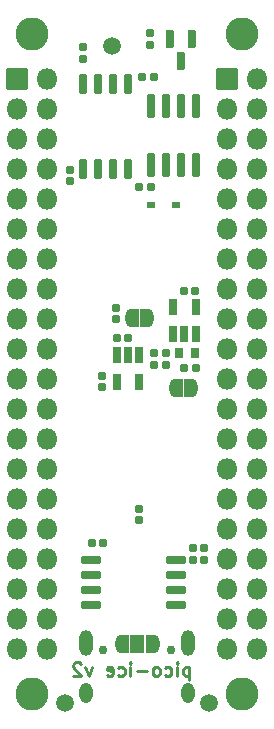
<source format=gbr>
G04 #@! TF.GenerationSoftware,KiCad,Pcbnew,(6.0.5)*
G04 #@! TF.CreationDate,2022-10-28T12:11:28-07:00*
G04 #@! TF.ProjectId,pico-ice,7069636f-2d69-4636-952e-6b696361645f,REV1*
G04 #@! TF.SameCoordinates,Original*
G04 #@! TF.FileFunction,Soldermask,Bot*
G04 #@! TF.FilePolarity,Negative*
%FSLAX46Y46*%
G04 Gerber Fmt 4.6, Leading zero omitted, Abs format (unit mm)*
G04 Created by KiCad (PCBNEW (6.0.5)) date 2022-10-28 12:11:28*
%MOMM*%
%LPD*%
G01*
G04 APERTURE LIST*
G04 Aperture macros list*
%AMRoundRect*
0 Rectangle with rounded corners*
0 $1 Rounding radius*
0 $2 $3 $4 $5 $6 $7 $8 $9 X,Y pos of 4 corners*
0 Add a 4 corners polygon primitive as box body*
4,1,4,$2,$3,$4,$5,$6,$7,$8,$9,$2,$3,0*
0 Add four circle primitives for the rounded corners*
1,1,$1+$1,$2,$3*
1,1,$1+$1,$4,$5*
1,1,$1+$1,$6,$7*
1,1,$1+$1,$8,$9*
0 Add four rect primitives between the rounded corners*
20,1,$1+$1,$2,$3,$4,$5,0*
20,1,$1+$1,$4,$5,$6,$7,0*
20,1,$1+$1,$6,$7,$8,$9,0*
20,1,$1+$1,$8,$9,$2,$3,0*%
%AMFreePoly0*
4,1,37,0.536062,0.786062,0.551000,0.750000,0.551000,-0.750000,0.536062,-0.786062,0.500000,-0.801000,0.000000,-0.801000,-0.012525,-0.795812,-0.080875,-0.794559,-0.095149,-0.792248,-0.230464,-0.749973,-0.243516,-0.743747,-0.361526,-0.665192,-0.372306,-0.655554,-0.463526,-0.547035,-0.471167,-0.534759,-0.528262,-0.405000,-0.532150,-0.391073,-0.549733,-0.256613,-0.548336,-0.256430,-0.551000,-0.250000,
-0.551000,0.250000,-0.550512,0.251179,-0.550356,0.263956,-0.528545,0.404033,-0.524317,0.417860,-0.464069,0.546185,-0.456130,0.558271,-0.362286,0.664529,-0.351274,0.673901,-0.231379,0.749549,-0.218180,0.755454,-0.081873,0.794411,-0.067546,0.796373,-0.011990,0.796033,0.000000,0.801000,0.500000,0.801000,0.536062,0.786062,0.536062,0.786062,$1*%
%AMFreePoly1*
4,1,37,0.012349,0.795885,0.074216,0.795507,0.088518,0.793370,0.224339,0.752751,0.237465,0.746685,0.356427,0.669578,0.367324,0.660073,0.459862,0.552676,0.467652,0.540494,0.526329,0.411442,0.530388,0.397563,0.550485,0.257230,0.551000,0.250000,0.551000,-0.250000,0.550996,-0.250622,0.550847,-0.262838,0.550144,-0.270677,0.526624,-0.410478,0.522228,-0.424254,0.460416,-0.551833,
0.452330,-0.563821,0.357195,-0.668925,0.346069,-0.678161,0.225259,-0.752338,0.211989,-0.758081,0.075216,-0.795370,0.060866,-0.797157,0.011464,-0.796251,0.000000,-0.801000,-0.500000,-0.801000,-0.536062,-0.786062,-0.551000,-0.750000,-0.551000,0.750000,-0.536062,0.786062,-0.500000,0.801000,0.000000,0.801000,0.012349,0.795885,0.012349,0.795885,$1*%
%AMFreePoly2*
4,1,37,0.586062,0.786062,0.601000,0.750000,0.601000,-0.750000,0.586062,-0.786062,0.550000,-0.801000,0.000000,-0.801000,-0.012525,-0.795812,-0.080875,-0.794559,-0.095149,-0.792248,-0.230464,-0.749973,-0.243516,-0.743747,-0.361526,-0.665192,-0.372306,-0.655554,-0.463526,-0.547035,-0.471167,-0.534759,-0.528262,-0.405000,-0.532150,-0.391073,-0.549733,-0.256613,-0.548336,-0.256430,-0.551000,-0.250000,
-0.551000,0.250000,-0.550512,0.251179,-0.550356,0.263956,-0.528545,0.404033,-0.524317,0.417860,-0.464069,0.546185,-0.456130,0.558271,-0.362286,0.664529,-0.351274,0.673901,-0.231379,0.749549,-0.218180,0.755454,-0.081873,0.794411,-0.067546,0.796373,-0.011990,0.796033,0.000000,0.801000,0.550000,0.801000,0.586062,0.786062,0.586062,0.786062,$1*%
%AMFreePoly3*
4,1,37,0.012349,0.795885,0.074216,0.795507,0.088518,0.793370,0.224339,0.752751,0.237465,0.746685,0.356427,0.669578,0.367324,0.660073,0.459862,0.552676,0.467652,0.540494,0.526329,0.411442,0.530388,0.397563,0.550485,0.257230,0.551000,0.250000,0.551000,-0.250000,0.550996,-0.250622,0.550847,-0.262838,0.550144,-0.270677,0.526624,-0.410478,0.522228,-0.424254,0.460416,-0.551833,
0.452330,-0.563821,0.357195,-0.668925,0.346069,-0.678161,0.225259,-0.752338,0.211989,-0.758081,0.075216,-0.795370,0.060866,-0.797157,0.011464,-0.796251,0.000000,-0.801000,-0.550000,-0.801000,-0.586062,-0.786062,-0.601000,-0.750000,-0.601000,0.750000,-0.586062,0.786062,-0.550000,0.801000,0.000000,0.801000,0.012349,0.795885,0.012349,0.795885,$1*%
G04 Aperture macros list end*
%ADD10C,0.254000*%
%ADD11C,2.802000*%
%ADD12C,0.752000*%
%ADD13O,1.102000X2.202000*%
%ADD14O,1.102000X1.702000*%
%ADD15RoundRect,0.051000X-0.850000X-0.850000X0.850000X-0.850000X0.850000X0.850000X-0.850000X0.850000X0*%
%ADD16O,1.802000X1.802000*%
%ADD17RoundRect,0.186000X-0.185000X0.135000X-0.185000X-0.135000X0.185000X-0.135000X0.185000X0.135000X0*%
%ADD18RoundRect,0.191000X-0.170000X0.140000X-0.170000X-0.140000X0.170000X-0.140000X0.170000X0.140000X0*%
%ADD19C,1.500000*%
%ADD20RoundRect,0.051000X-0.300000X-0.225000X0.300000X-0.225000X0.300000X0.225000X-0.300000X0.225000X0*%
%ADD21RoundRect,0.186000X-0.135000X-0.185000X0.135000X-0.185000X0.135000X0.185000X-0.135000X0.185000X0*%
%ADD22RoundRect,0.191000X0.170000X-0.140000X0.170000X0.140000X-0.170000X0.140000X-0.170000X-0.140000X0*%
%ADD23RoundRect,0.191000X0.140000X0.170000X-0.140000X0.170000X-0.140000X-0.170000X0.140000X-0.170000X0*%
%ADD24RoundRect,0.191000X-0.140000X-0.170000X0.140000X-0.170000X0.140000X0.170000X-0.140000X0.170000X0*%
%ADD25RoundRect,0.201000X-0.150000X0.650000X-0.150000X-0.650000X0.150000X-0.650000X0.150000X0.650000X0*%
%ADD26RoundRect,0.201000X0.650000X0.150000X-0.650000X0.150000X-0.650000X-0.150000X0.650000X-0.150000X0*%
%ADD27RoundRect,0.201000X-0.150000X0.825000X-0.150000X-0.825000X0.150000X-0.825000X0.150000X0.825000X0*%
%ADD28RoundRect,0.186000X0.185000X-0.135000X0.185000X0.135000X-0.185000X0.135000X-0.185000X-0.135000X0*%
%ADD29RoundRect,0.201000X0.150000X-0.512500X0.150000X0.512500X-0.150000X0.512500X-0.150000X-0.512500X0*%
%ADD30RoundRect,0.051000X-0.300000X-0.350000X0.300000X-0.350000X0.300000X0.350000X-0.300000X0.350000X0*%
%ADD31FreePoly0,180.000000*%
%ADD32FreePoly1,180.000000*%
%ADD33FreePoly0,0.000000*%
%ADD34FreePoly1,0.000000*%
%ADD35RoundRect,0.201000X-0.150000X0.587500X-0.150000X-0.587500X0.150000X-0.587500X0.150000X0.587500X0*%
%ADD36RoundRect,0.201000X-0.150000X0.512500X-0.150000X-0.512500X0.150000X-0.512500X0.150000X0.512500X0*%
%ADD37FreePoly2,0.000000*%
%ADD38RoundRect,0.051000X-0.500000X-0.750000X0.500000X-0.750000X0.500000X0.750000X-0.500000X0.750000X0*%
%ADD39FreePoly3,0.000000*%
G04 APERTURE END LIST*
D10*
X76816289Y-129811142D02*
X76816289Y-130954142D01*
X76816289Y-129865571D02*
X76707432Y-129811142D01*
X76489718Y-129811142D01*
X76380860Y-129865571D01*
X76326432Y-129919999D01*
X76272003Y-130028856D01*
X76272003Y-130355428D01*
X76326432Y-130464285D01*
X76380860Y-130518713D01*
X76489718Y-130573142D01*
X76707432Y-130573142D01*
X76816289Y-130518713D01*
X75782146Y-130573142D02*
X75782146Y-129811142D01*
X75782146Y-129430142D02*
X75836575Y-129484571D01*
X75782146Y-129538999D01*
X75727718Y-129484571D01*
X75782146Y-129430142D01*
X75782146Y-129538999D01*
X74748003Y-130518713D02*
X74856860Y-130573142D01*
X75074575Y-130573142D01*
X75183432Y-130518713D01*
X75237860Y-130464285D01*
X75292289Y-130355428D01*
X75292289Y-130028856D01*
X75237860Y-129919999D01*
X75183432Y-129865571D01*
X75074575Y-129811142D01*
X74856860Y-129811142D01*
X74748003Y-129865571D01*
X74094860Y-130573142D02*
X74203718Y-130518713D01*
X74258146Y-130464285D01*
X74312575Y-130355428D01*
X74312575Y-130028856D01*
X74258146Y-129919999D01*
X74203718Y-129865571D01*
X74094860Y-129811142D01*
X73931575Y-129811142D01*
X73822718Y-129865571D01*
X73768289Y-129919999D01*
X73713860Y-130028856D01*
X73713860Y-130355428D01*
X73768289Y-130464285D01*
X73822718Y-130518713D01*
X73931575Y-130573142D01*
X74094860Y-130573142D01*
X73224003Y-130137713D02*
X72353146Y-130137713D01*
X71808860Y-130573142D02*
X71808860Y-129811142D01*
X71808860Y-129430142D02*
X71863289Y-129484571D01*
X71808860Y-129538999D01*
X71754432Y-129484571D01*
X71808860Y-129430142D01*
X71808860Y-129538999D01*
X70774718Y-130518713D02*
X70883575Y-130573142D01*
X71101289Y-130573142D01*
X71210146Y-130518713D01*
X71264575Y-130464285D01*
X71319003Y-130355428D01*
X71319003Y-130028856D01*
X71264575Y-129919999D01*
X71210146Y-129865571D01*
X71101289Y-129811142D01*
X70883575Y-129811142D01*
X70774718Y-129865571D01*
X69849432Y-130518713D02*
X69958289Y-130573142D01*
X70176003Y-130573142D01*
X70284860Y-130518713D01*
X70339289Y-130409856D01*
X70339289Y-129974428D01*
X70284860Y-129865571D01*
X70176003Y-129811142D01*
X69958289Y-129811142D01*
X69849432Y-129865571D01*
X69795003Y-129974428D01*
X69795003Y-130083285D01*
X70339289Y-130192142D01*
X68543146Y-129811142D02*
X68271003Y-130573142D01*
X67998860Y-129811142D01*
X67617860Y-129538999D02*
X67563432Y-129484571D01*
X67454575Y-129430142D01*
X67182432Y-129430142D01*
X67073575Y-129484571D01*
X67019146Y-129538999D01*
X66964718Y-129647856D01*
X66964718Y-129756713D01*
X67019146Y-129919999D01*
X67672289Y-130573142D01*
X66964718Y-130573142D01*
X76816289Y-129811142D02*
X76816289Y-130954142D01*
X76816289Y-129865571D02*
X76707432Y-129811142D01*
X76489718Y-129811142D01*
X76380860Y-129865571D01*
X76326432Y-129919999D01*
X76272003Y-130028856D01*
X76272003Y-130355428D01*
X76326432Y-130464285D01*
X76380860Y-130518713D01*
X76489718Y-130573142D01*
X76707432Y-130573142D01*
X76816289Y-130518713D01*
X75782146Y-130573142D02*
X75782146Y-129811142D01*
X75782146Y-129430142D02*
X75836575Y-129484571D01*
X75782146Y-129538999D01*
X75727718Y-129484571D01*
X75782146Y-129430142D01*
X75782146Y-129538999D01*
X74748003Y-130518713D02*
X74856860Y-130573142D01*
X75074575Y-130573142D01*
X75183432Y-130518713D01*
X75237860Y-130464285D01*
X75292289Y-130355428D01*
X75292289Y-130028856D01*
X75237860Y-129919999D01*
X75183432Y-129865571D01*
X75074575Y-129811142D01*
X74856860Y-129811142D01*
X74748003Y-129865571D01*
X74094860Y-130573142D02*
X74203718Y-130518713D01*
X74258146Y-130464285D01*
X74312575Y-130355428D01*
X74312575Y-130028856D01*
X74258146Y-129919999D01*
X74203718Y-129865571D01*
X74094860Y-129811142D01*
X73931575Y-129811142D01*
X73822718Y-129865571D01*
X73768289Y-129919999D01*
X73713860Y-130028856D01*
X73713860Y-130355428D01*
X73768289Y-130464285D01*
X73822718Y-130518713D01*
X73931575Y-130573142D01*
X74094860Y-130573142D01*
X73224003Y-130137713D02*
X72353146Y-130137713D01*
X71808860Y-130573142D02*
X71808860Y-129811142D01*
X71808860Y-129430142D02*
X71863289Y-129484571D01*
X71808860Y-129538999D01*
X71754432Y-129484571D01*
X71808860Y-129430142D01*
X71808860Y-129538999D01*
X70774718Y-130518713D02*
X70883575Y-130573142D01*
X71101289Y-130573142D01*
X71210146Y-130518713D01*
X71264575Y-130464285D01*
X71319003Y-130355428D01*
X71319003Y-130028856D01*
X71264575Y-129919999D01*
X71210146Y-129865571D01*
X71101289Y-129811142D01*
X70883575Y-129811142D01*
X70774718Y-129865571D01*
X69849432Y-130518713D02*
X69958289Y-130573142D01*
X70176003Y-130573142D01*
X70284860Y-130518713D01*
X70339289Y-130409856D01*
X70339289Y-129974428D01*
X70284860Y-129865571D01*
X70176003Y-129811142D01*
X69958289Y-129811142D01*
X69849432Y-129865571D01*
X69795003Y-129974428D01*
X69795003Y-130083285D01*
X70339289Y-130192142D01*
X68543146Y-129811142D02*
X68271003Y-130573142D01*
X67998860Y-129811142D01*
X67617860Y-129538999D02*
X67563432Y-129484571D01*
X67454575Y-129430142D01*
X67182432Y-129430142D01*
X67073575Y-129484571D01*
X67019146Y-129538999D01*
X66964718Y-129647856D01*
X66964718Y-129756713D01*
X67019146Y-129919999D01*
X67672289Y-130573142D01*
X66964718Y-130573142D01*
D11*
X63500000Y-132080000D03*
D12*
X75280000Y-128337000D03*
X69500000Y-128337000D03*
D13*
X76710000Y-127807000D03*
D14*
X68070000Y-131987000D03*
X76710000Y-131987000D03*
D13*
X68070000Y-127807000D03*
D15*
X80010000Y-80010000D03*
D16*
X82550000Y-80010000D03*
X80010000Y-82550000D03*
X82550000Y-82550000D03*
X80010000Y-85090000D03*
X82550000Y-85090000D03*
X80010000Y-87630000D03*
X82550000Y-87630000D03*
X80010000Y-90170000D03*
X82550000Y-90170000D03*
X80010000Y-92710000D03*
X82550000Y-92710000D03*
X80010000Y-95250000D03*
X82550000Y-95250000D03*
X80010000Y-97790000D03*
X82550000Y-97790000D03*
X80010000Y-100330000D03*
X82550000Y-100330000D03*
X80010000Y-102870000D03*
X82550000Y-102870000D03*
X80010000Y-105410000D03*
X82550000Y-105410000D03*
X80010000Y-107950000D03*
X82550000Y-107950000D03*
X80010000Y-110490000D03*
X82550000Y-110490000D03*
X80010000Y-113030000D03*
X82550000Y-113030000D03*
X80010000Y-115570000D03*
X82550000Y-115570000D03*
X80010000Y-118110000D03*
X82550000Y-118110000D03*
X80010000Y-120650000D03*
X82550000Y-120650000D03*
X80010000Y-123190000D03*
X82550000Y-123190000D03*
X80010000Y-125730000D03*
X82550000Y-125730000D03*
X80010000Y-128270000D03*
X82550000Y-128270000D03*
D11*
X81280000Y-76200000D03*
D15*
X62230000Y-80010000D03*
D16*
X64770000Y-80010000D03*
X62230000Y-82550000D03*
X64770000Y-82550000D03*
X62230000Y-85090000D03*
X64770000Y-85090000D03*
X62230000Y-87630000D03*
X64770000Y-87630000D03*
X62230000Y-90170000D03*
X64770000Y-90170000D03*
X62230000Y-92710000D03*
X64770000Y-92710000D03*
X62230000Y-95250000D03*
X64770000Y-95250000D03*
X62230000Y-97790000D03*
X64770000Y-97790000D03*
X62230000Y-100330000D03*
X64770000Y-100330000D03*
X62230000Y-102870000D03*
X64770000Y-102870000D03*
X62230000Y-105410000D03*
X64770000Y-105410000D03*
X62230000Y-107950000D03*
X64770000Y-107950000D03*
X62230000Y-110490000D03*
X64770000Y-110490000D03*
X62230000Y-113030000D03*
X64770000Y-113030000D03*
X62230000Y-115570000D03*
X64770000Y-115570000D03*
X62230000Y-118110000D03*
X64770000Y-118110000D03*
X62230000Y-120650000D03*
X64770000Y-120650000D03*
X62230000Y-123190000D03*
X64770000Y-123190000D03*
X62230000Y-125730000D03*
X64770000Y-125730000D03*
X62230000Y-128270000D03*
X64770000Y-128270000D03*
D11*
X81280000Y-132080000D03*
X63500000Y-76200000D03*
D17*
X78054200Y-119731600D03*
X78054200Y-120751600D03*
D18*
X66710718Y-87691471D03*
X66710718Y-88651471D03*
D19*
X70215918Y-77249471D03*
D20*
X73549800Y-90678000D03*
X75649800Y-90678000D03*
D21*
X72779312Y-79840277D03*
X73799312Y-79840277D03*
D22*
X72567800Y-117370800D03*
X72567800Y-116410800D03*
D23*
X77340400Y-104495600D03*
X76380400Y-104495600D03*
D18*
X74828400Y-103253600D03*
X74828400Y-104213600D03*
D24*
X70640000Y-101955600D03*
X71600000Y-101955600D03*
D25*
X67818000Y-80474000D03*
X69088000Y-80474000D03*
X70358000Y-80474000D03*
X71628000Y-80474000D03*
X71628000Y-87674000D03*
X70358000Y-87674000D03*
X69088000Y-87674000D03*
X67818000Y-87674000D03*
D26*
X75659800Y-120751600D03*
X75659800Y-122021600D03*
X75659800Y-123291600D03*
X75659800Y-124561600D03*
X68459800Y-124561600D03*
X68459800Y-123291600D03*
X68459800Y-122021600D03*
X68459800Y-120751600D03*
D23*
X73530400Y-89204800D03*
X72570400Y-89204800D03*
D18*
X70586600Y-99418200D03*
X70586600Y-100378200D03*
D23*
X77315000Y-97993200D03*
X76355000Y-97993200D03*
D27*
X73533000Y-82320000D03*
X74803000Y-82320000D03*
X76073000Y-82320000D03*
X77343000Y-82320000D03*
X77343000Y-87270000D03*
X76073000Y-87270000D03*
X74803000Y-87270000D03*
X73533000Y-87270000D03*
D28*
X67818000Y-78310200D03*
X67818000Y-77290200D03*
D19*
X66294000Y-132842000D03*
D29*
X77327800Y-101619900D03*
X76377800Y-101619900D03*
X75427800Y-101619900D03*
X75427800Y-99344900D03*
X77327800Y-99344900D03*
D19*
X78486000Y-132842000D03*
D28*
X73837800Y-104243600D03*
X73837800Y-103223600D03*
X77139800Y-120753600D03*
X77139800Y-119733600D03*
D24*
X68531800Y-119278400D03*
X69491800Y-119278400D03*
D30*
X77306400Y-103251000D03*
X75906400Y-103251000D03*
D31*
X76977000Y-106197400D03*
D32*
X75677000Y-106197400D03*
D33*
X71917800Y-100287271D03*
D34*
X73217800Y-100287271D03*
D35*
X75148400Y-76608700D03*
X77048400Y-76608700D03*
X76098400Y-78483700D03*
D36*
X70652600Y-103408900D03*
X71602600Y-103408900D03*
X72552600Y-103408900D03*
X72552600Y-105683900D03*
X70652600Y-105683900D03*
D22*
X69392800Y-106144000D03*
X69392800Y-105184000D03*
D37*
X71090000Y-127889000D03*
D38*
X72390000Y-127889000D03*
D39*
X73690000Y-127889000D03*
D17*
X73507600Y-76147200D03*
X73507600Y-77167200D03*
M02*

</source>
